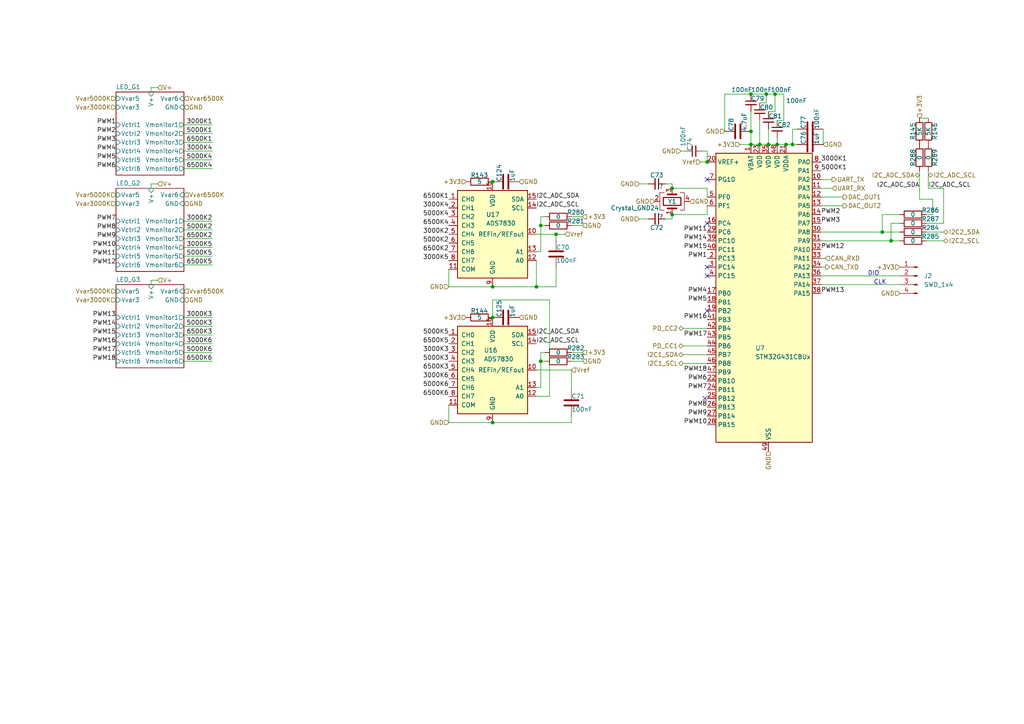
<source format=kicad_sch>
(kicad_sch (version 20240417) (generator "eeschema") (generator_version "8.99")
  (paper "A4")
  (lib_symbols
    (symbol "Analog_DAC:ADS7830" (pin_names (offset 1.016))
      (property "Reference" "U" (at -10.16 13.716 0))
      (property "Value" "ADS7830" (at 1.778 13.716 0))
      (symbol "ADS7830_0_1"
        (rectangle (start -10.16 12.7) (end 10.16 -12.7) (stroke (width 0.254)) (fill (type background)))
      )
      (symbol "ADS7830_1_1"
        (pin input line (at -12.7 10.16 0) (length 2.54) (name "CH0") (number "1"))
        (pin bidirectional line (at 12.7 0 180) (length 2.54) (name "REFin/REFout") (number "10"))
        (pin input line (at -12.7 -10.16 0) (length 2.54) (name "COM") (number "11"))
        (pin input line (at 12.7 -7.62 180) (length 2.54) (name "A0") (number "12"))
        (pin input line (at 12.7 -5.08 180) (length 2.54) (name "A1") (number "13"))
        (pin input line (at 12.7 7.62 180) (length 2.54) (name "SCL") (number "14"))
        (pin bidirectional line (at 12.7 10.16 180) (length 2.54) (name "SDA") (number "15"))
        (pin power_in line (at 0 15.24 270) (length 2.54) (name "VDD") (number "16"))
        (pin input line (at -12.7 7.62 0) (length 2.54) (name "CH1") (number "2"))
        (pin input line (at -12.7 5.08 0) (length 2.54) (name "CH2") (number "3"))
        (pin input line (at -12.7 2.54 0) (length 2.54) (name "CH3") (number "4"))
        (pin input line (at -12.7 0 0) (length 2.54) (name "CH4") (number "5"))
        (pin input line (at -12.7 -2.54 0) (length 2.54) (name "CH5") (number "6"))
        (pin input line (at -12.7 -5.08 0) (length 2.54) (name "CH6") (number "7"))
        (pin input line (at -12.7 -7.62 0) (length 2.54) (name "CH7") (number "8"))
        (pin power_in line (at 0 -15.24 90) (length 2.54) (name "GND") (number "9"))
      )
    )
    (symbol "Connector:Conn_01x04_Pin" (pin_names (offset 1.016) hide)
      (property "Reference" "J" (at 0 5.08 0))
      (property "Value" "Conn_01x04_Pin" (at 0 -7.62 0))
      (symbol "Conn_01x04_Pin_1_1"
        (rectangle (start 0.8636 2.667) (end 0 2.413) (stroke (width 0.1524)) (fill (type outline)))
        (rectangle (start 0.8636 0.127) (end 0 -0.127) (stroke (width 0.1524)) (fill (type outline)))
        (rectangle (start 0.8636 -2.413) (end 0 -2.667) (stroke (width 0.1524)) (fill (type outline)))
        (rectangle (start 0.8636 -4.953) (end 0 -5.207) (stroke (width 0.1524)) (fill (type outline)))
        (polyline (pts (xy 1.27 2.54) (xy 0.8636 2.54)) (stroke (width 0.1524)))
        (polyline (pts (xy 1.27 0) (xy 0.8636 0)) (stroke (width 0.1524)))
        (polyline (pts (xy 1.27 -2.54) (xy 0.8636 -2.54)) (stroke (width 0.1524)))
        (polyline (pts (xy 1.27 -5.08) (xy 0.8636 -5.08)) (stroke (width 0.1524)))
        (pin passive line (at 5.08 2.54 180) (length 3.81) (name "Pin_1") (number "1"))
        (pin passive line (at 5.08 0 180) (length 3.81) (name "Pin_2") (number "2"))
        (pin passive line (at 5.08 -2.54 180) (length 3.81) (name "Pin_3") (number "3"))
        (pin passive line (at 5.08 -5.08 180) (length 3.81) (name "Pin_4") (number "4"))
      )
    )
    (symbol "Device:C" (pin_numbers hide) (pin_names (offset 0.254))
      (property "Reference" "C" (at 0.635 2.54 0))
      (property "Value" "C" (at 0.635 -2.54 0))
      (symbol "C_0_1"
        (polyline (pts (xy -2.032 0.762) (xy 2.032 0.762)) (stroke (width 0.508)))
        (polyline (pts (xy -2.032 -0.762) (xy 2.032 -0.762)) (stroke (width 0.508)))
      )
      (symbol "C_1_1"
        (pin passive line (at 0 3.81 270) (length 2.794) (name "~") (number "1"))
        (pin passive line (at 0 -3.81 90) (length 2.794) (name "~") (number "2"))
      )
    )
    (symbol "Device:C_Small" (pin_numbers hide) (pin_names (offset 0.254) hide)
      (property "Reference" "C" (at 0.254 1.778 0))
      (property "Value" "C_Small" (at 0.254 -2.032 0))
      (symbol "C_Small_0_1"
        (polyline (pts (xy -1.524 0.508) (xy 1.524 0.508)) (stroke (width 0.3048)))
        (polyline (pts (xy -1.524 -0.508) (xy 1.524 -0.508)) (stroke (width 0.3302)))
      )
      (symbol "C_Small_1_1"
        (pin passive line (at 0 2.54 270) (length 2.032) (name "~") (number "1"))
        (pin passive line (at 0 -2.54 90) (length 2.032) (name "~") (number "2"))
      )
    )
    (symbol "Device:Crystal_GND24" (pin_names (offset 1.016) hide)
      (property "Reference" "Y" (at 3.175 5.08 0))
      (property "Value" "Crystal_GND24" (at 3.175 3.175 0))
      (symbol "Crystal_GND24_0_1"
        (polyline (pts (xy -2.54 2.286) (xy -2.54 3.556) (xy 2.54 3.556) (xy 2.54 2.286)))
        (polyline (pts (xy -2.54 0) (xy -2.032 0)))
        (polyline (pts (xy -2.54 -2.286) (xy -2.54 -3.556) (xy 2.54 -3.556) (xy 2.54 -2.286)))
        (polyline (pts (xy -2.032 -1.27) (xy -2.032 1.27)) (stroke (width 0.508)))
        (rectangle (start -1.143 2.54) (end 1.143 -2.54) (stroke (width 0.3048)))
        (polyline (pts (xy 0 3.556) (xy 0 3.81)))
        (polyline (pts (xy 0 -3.81) (xy 0 -3.556)))
        (polyline (pts (xy 2.032 0) (xy 2.54 0)))
        (polyline (pts (xy 2.032 -1.27) (xy 2.032 1.27)) (stroke (width 0.508)))
      )
      (symbol "Crystal_GND24_1_1"
        (pin passive line (at -3.81 0 0) (length 1.27) (name "1") (number "1"))
        (pin passive line (at 0 5.08 270) (length 1.27) (name "2") (number "2"))
        (pin passive line (at 3.81 0 180) (length 1.27) (name "3") (number "3"))
        (pin passive line (at 0 -5.08 90) (length 1.27) (name "4") (number "4"))
      )
    )
    (symbol "Device:R" (pin_numbers hide) (pin_names (offset 0))
      (property "Reference" "R" (at 2.032 0 90))
      (property "Value" "R" (at 0 0 90))
      (symbol "R_0_1"
        (rectangle (start -1.016 -2.54) (end 1.016 2.54) (stroke (width 0.254)))
      )
      (symbol "R_1_1"
        (pin passive line (at 0 3.81 270) (length 1.27) (name "~") (number "1"))
        (pin passive line (at 0 -3.81 90) (length 1.27) (name "~") (number "2"))
      )
    )
    (symbol "MCU_ST_STM32G4:STM32G431CBUx"
      (property "Reference" "U" (at -12.7 44.45 0))
      (property "Value" "STM32G431CBUx" (at 10.16 44.45 0))
      (symbol "STM32G431CBUx_0_1"
        (rectangle (start -12.7 -40.64) (end 15.24 43.18) (stroke (width 0.254)) (fill (type background)))
      )
      (symbol "STM32G431CBUx_1_1"
        (pin power_in line (at -2.54 45.72 270) (length 2.54) (name "VBAT") (number "1"))
        (pin bidirectional line (at 17.78 35.56 180) (length 2.54) (name "PA2") (number "10"))
        (pin bidirectional line (at 17.78 33.02 180) (length 2.54) (name "PA3") (number "11"))
        (pin bidirectional line (at 17.78 30.48 180) (length 2.54) (name "PA4") (number "12"))
        (pin bidirectional line (at 17.78 27.94 180) (length 2.54) (name "PA5") (number "13"))
        (pin bidirectional line (at 17.78 25.4 180) (length 2.54) (name "PA6") (number "14"))
        (pin bidirectional line (at 17.78 22.86 180) (length 2.54) (name "PA7") (number "15"))
        (pin bidirectional line (at -15.24 22.86 0) (length 2.54) (name "PC4") (number "16"))
        (pin bidirectional line (at -15.24 2.54 0) (length 2.54) (name "PB0") (number "17"))
        (pin bidirectional line (at -15.24 0 0) (length 2.54) (name "PB1") (number "18"))
        (pin bidirectional line (at -15.24 -2.54 0) (length 2.54) (name "PB2") (number "19"))
        (pin bidirectional line (at -15.24 12.7 0) (length 2.54) (name "PC13") (number "2"))
        (pin input line (at -15.24 40.64 0) (length 2.54) (name "VREF+") (number "20"))
        (pin power_in line (at 7.62 45.72 270) (length 2.54) (name "VDDA") (number "21"))
        (pin bidirectional line (at -15.24 -22.86 0) (length 2.54) (name "PB10") (number "22"))
        (pin power_in line (at 0 45.72 270) (length 2.54) (name "VDD") (number "23"))
        (pin bidirectional line (at -15.24 -25.4 0) (length 2.54) (name "PB11") (number "24"))
        (pin bidirectional line (at -15.24 -27.94 0) (length 2.54) (name "PB12") (number "25"))
        (pin bidirectional line (at -15.24 -30.48 0) (length 2.54) (name "PB13") (number "26"))
        (pin bidirectional line (at -15.24 -33.02 0) (length 2.54) (name "PB14") (number "27"))
        (pin bidirectional line (at -15.24 -35.56 0) (length 2.54) (name "PB15") (number "28"))
        (pin bidirectional line (at -15.24 20.32 0) (length 2.54) (name "PC6") (number "29"))
        (pin bidirectional line (at -15.24 10.16 0) (length 2.54) (name "PC14") (number "3"))
        (pin bidirectional line (at 17.78 20.32 180) (length 2.54) (name "PA8") (number "30"))
        (pin bidirectional line (at 17.78 17.78 180) (length 2.54) (name "PA9") (number "31"))
        (pin bidirectional line (at 17.78 15.24 180) (length 2.54) (name "PA10") (number "32"))
        (pin bidirectional line (at 17.78 12.7 180) (length 2.54) (name "PA11") (number "33"))
        (pin bidirectional line (at 17.78 10.16 180) (length 2.54) (name "PA12") (number "34"))
        (pin power_in line (at 2.54 45.72 270) (length 2.54) (name "VDD") (number "35"))
        (pin bidirectional line (at 17.78 7.62 180) (length 2.54) (name "PA13") (number "36"))
        (pin bidirectional line (at 17.78 5.08 180) (length 2.54) (name "PA14") (number "37"))
        (pin bidirectional line (at 17.78 2.54 180) (length 2.54) (name "PA15") (number "38"))
        (pin bidirectional line (at -15.24 17.78 0) (length 2.54) (name "PC10") (number "39"))
        (pin bidirectional line (at -15.24 7.62 0) (length 2.54) (name "PC15") (number "4"))
        (pin bidirectional line (at -15.24 15.24 0) (length 2.54) (name "PC11") (number "40"))
        (pin bidirectional line (at -15.24 -5.08 0) (length 2.54) (name "PB3") (number "41"))
        (pin bidirectional line (at -15.24 -7.62 0) (length 2.54) (name "PB4") (number "42"))
        (pin bidirectional line (at -15.24 -10.16 0) (length 2.54) (name "PB5") (number "43"))
        (pin bidirectional line (at -15.24 -12.7 0) (length 2.54) (name "PB6") (number "44"))
        (pin bidirectional line (at -15.24 -15.24 0) (length 2.54) (name "PB7") (number "45"))
        (pin bidirectional line (at -15.24 -17.78 0) (length 2.54) (name "PB8") (number "46"))
        (pin bidirectional line (at -15.24 -20.32 0) (length 2.54) (name "PB9") (number "47"))
        (pin power_in line (at 5.08 45.72 270) (length 2.54) (name "VDD") (number "48"))
        (pin power_in line (at 2.54 -43.18 90) (length 2.54) (name "VSS") (number "49"))
        (pin bidirectional line (at -15.24 30.48 0) (length 2.54) (name "PF0") (number "5"))
        (pin bidirectional line (at -15.24 27.94 0) (length 2.54) (name "PF1") (number "6"))
        (pin bidirectional line (at -15.24 35.56 0) (length 2.54) (name "PG10") (number "7"))
        (pin bidirectional line (at 17.78 40.64 180) (length 2.54) (name "PA0") (number "8"))
        (pin bidirectional line (at 17.78 38.1 180) (length 2.54) (name "PA1") (number "9"))
      )
    )
  )
  (text "CLK" (at 255.27 81.915 0) (effects (font (size 1.27 1.27))))
  (text "DIO" (at 253.365 79.375 0) (effects (font (size 1.27 1.27))))
  (junction (at 220.345 41.91))
  (junction (at 142.875 83.185))
  (junction (at 217.805 41.91))
  (junction (at 222.25 27.305))
  (junction (at 142.875 122.555))
  (junction (at 255.905 67.31))
  (junction (at 229.87 41.91))
  (junction (at 224.79 27.305))
  (junction (at 194.945 62.23))
  (junction (at 142.875 92.075))
  (junction (at 217.805 27.305))
  (junction (at 222.885 41.91))
  (junction (at 217.805 38.1))
  (junction (at 194.945 54.61))
  (junction (at 205.105 46.99))
  (junction (at 258.445 69.85))
  (junction (at 227.965 41.91))
  (junction (at 156.845 65.405))
  (junction (at 225.425 41.91))
  (junction (at 156.845 104.775))
  (junction (at 142.875 52.705))
  (junction (at 161.29 67.945))
  (junction (at 155.575 83.185))
  (no_connect (at 204.47 115.57))
  (no_connect (at 205.105 77.47))
  (no_connect (at 205.105 80.01))
  (no_connect (at 205.105 90.17))
  (no_connect (at 205.105 64.77))
  (no_connect (at 205.105 52.07))
  (wire (pts (xy 43.815 81.28) (xy 43.815 82.55)))
  (wire (pts (xy 158.115 104.775) (xy 156.845 104.775)))
  (wire (pts (xy 130.175 83.185) (xy 142.875 83.185)))
  (wire (pts (xy 193.04 63.5) (xy 194.945 63.5)))
  (wire (pts (xy 224.79 32.385) (xy 224.79 27.305)))
  (wire (pts (xy 53.34 64.135) (xy 61.595 64.135)))
  (wire (pts (xy 53.34 36.195) (xy 61.595 36.195)))
  (wire (pts (xy 53.34 46.355) (xy 61.595 46.355)))
  (wire (pts (xy 266.7 49.53) (xy 266.7 57.785)))
  (wire (pts (xy 156.845 112.395) (xy 155.575 112.395)))
  (wire (pts (xy 158.115 62.865) (xy 156.845 62.865)))
  (wire (pts (xy 229.87 41.91) (xy 231.14 41.91)))
  (wire (pts (xy 185.42 63.5) (xy 187.96 63.5)))
  (wire (pts (xy 210.185 27.305) (xy 217.805 27.305)))
  (wire (pts (xy 220.345 41.91) (xy 222.885 41.91)))
  (wire (pts (xy 238.125 69.85) (xy 258.445 69.85)))
  (wire (pts (xy 269.24 49.53) (xy 269.24 54.61)))
  (wire (pts (xy 155.575 114.935) (xy 159.385 114.935)))
  (wire (pts (xy 222.25 29.845) (xy 222.25 27.305)))
  (wire (pts (xy 168.91 102.235) (xy 165.735 102.235)))
  (wire (pts (xy 244.475 59.69) (xy 238.125 59.69)))
  (wire (pts (xy 217.805 27.305) (xy 222.25 27.305)))
  (wire (pts (xy 156.845 102.235) (xy 156.845 104.775)))
  (wire (pts (xy 142.875 86.995) (xy 142.875 92.075)))
  (wire (pts (xy 159.385 114.935) (xy 159.385 86.995)))
  (wire (pts (xy 260.985 64.77) (xy 258.445 64.77)))
  (wire (pts (xy 203.835 43.815) (xy 205.105 43.815)))
  (wire (pts (xy 194.945 63.5) (xy 194.945 62.23)))
  (wire (pts (xy 198.12 100.33) (xy 205.105 100.33)))
  (wire (pts (xy 45.72 53.34) (xy 43.815 53.34)))
  (wire (pts (xy 130.175 117.475) (xy 130.175 122.555)))
  (wire (pts (xy 225.425 40.005) (xy 225.425 41.91)))
  (wire (pts (xy 53.34 102.235) (xy 61.595 102.235)))
  (wire (pts (xy 155.575 75.565) (xy 155.575 83.185)))
  (wire (pts (xy 165.735 107.315) (xy 155.575 107.315)))
  (wire (pts (xy 198.12 102.87) (xy 205.105 102.87)))
  (wire (pts (xy 270.51 57.785) (xy 266.7 57.785)))
  (wire (pts (xy 156.845 62.865) (xy 156.845 65.405)))
  (wire (pts (xy 268.605 64.77) (xy 273.685 64.77)))
  (wire (pts (xy 238.125 80.01) (xy 260.985 80.01)))
  (wire (pts (xy 217.805 32.385) (xy 217.805 38.1)))
  (wire (pts (xy 168.91 104.775) (xy 165.735 104.775)))
  (wire (pts (xy 260.985 62.23) (xy 255.905 62.23)))
  (wire (pts (xy 222.885 32.385) (xy 224.79 32.385)))
  (wire (pts (xy 227.33 34.925) (xy 227.33 27.305)))
  (wire (pts (xy 268.605 67.31) (xy 273.685 67.31)))
  (wire (pts (xy 239.395 77.47) (xy 238.125 77.47)))
  (wire (pts (xy 229.87 37.465) (xy 229.87 41.91)))
  (wire (pts (xy 214.63 41.91) (xy 217.805 41.91)))
  (wire (pts (xy 53.34 94.615) (xy 61.595 94.615)))
  (wire (pts (xy 203.2 46.99) (xy 205.105 46.99)))
  (wire (pts (xy 53.34 92.075) (xy 61.595 92.075)))
  (wire (pts (xy 156.845 65.405) (xy 156.845 73.025)))
  (wire (pts (xy 222.885 41.91) (xy 225.425 41.91)))
  (wire (pts (xy 244.475 57.15) (xy 238.125 57.15)))
  (wire (pts (xy 227.965 41.91) (xy 229.87 41.91)))
  (wire (pts (xy 241.3 54.61) (xy 238.125 54.61)))
  (wire (pts (xy 161.29 77.47) (xy 161.29 83.185)))
  (wire (pts (xy 268.605 69.85) (xy 273.685 69.85)))
  (wire (pts (xy 130.175 78.105) (xy 130.175 83.185)))
  (wire (pts (xy 260.985 82.55) (xy 238.125 82.55)))
  (wire (pts (xy 220.345 34.925) (xy 220.345 41.91)))
  (wire (pts (xy 43.815 53.34) (xy 43.815 54.61)))
  (wire (pts (xy 53.34 38.735) (xy 61.595 38.735)))
  (wire (pts (xy 155.575 67.945) (xy 161.29 67.945)))
  (wire (pts (xy 239.395 74.93) (xy 238.125 74.93)))
  (wire (pts (xy 45.72 81.28) (xy 43.815 81.28)))
  (wire (pts (xy 53.34 66.675) (xy 61.595 66.675)))
  (wire (pts (xy 161.29 69.85) (xy 161.29 67.945)))
  (wire (pts (xy 45.72 25.4) (xy 43.815 25.4)))
  (wire (pts (xy 255.905 67.31) (xy 260.985 67.31)))
  (wire (pts (xy 241.3 52.07) (xy 238.125 52.07)))
  (wire (pts (xy 168.91 65.405) (xy 165.735 65.405)))
  (wire (pts (xy 258.445 69.85) (xy 260.985 69.85)))
  (wire (pts (xy 155.575 83.185) (xy 142.875 83.185)))
  (wire (pts (xy 165.735 120.65) (xy 165.735 122.555)))
  (wire (pts (xy 165.735 107.315) (xy 165.735 113.03)))
  (wire (pts (xy 158.115 102.235) (xy 156.845 102.235)))
  (wire (pts (xy 161.29 83.185) (xy 155.575 83.185)))
  (wire (pts (xy 222.885 37.465) (xy 222.885 41.91)))
  (wire (pts (xy 273.685 54.61) (xy 269.24 54.61)))
  (wire (pts (xy 266.7 34.29) (xy 269.24 34.29)))
  (wire (pts (xy 222.25 27.305) (xy 224.79 27.305)))
  (wire (pts (xy 156.845 104.775) (xy 156.845 112.395)))
  (wire (pts (xy 53.34 74.295) (xy 61.595 74.295)))
  (wire (pts (xy 53.34 99.695) (xy 61.595 99.695)))
  (wire (pts (xy 210.185 27.305) (xy 210.185 38.1)))
  (wire (pts (xy 270.51 62.23) (xy 270.51 57.785)))
  (wire (pts (xy 53.34 48.895) (xy 61.595 48.895)))
  (wire (pts (xy 224.79 27.305) (xy 227.33 27.305)))
  (wire (pts (xy 193.04 53.34) (xy 194.945 53.34)))
  (wire (pts (xy 238.76 37.465) (xy 238.76 41.91)))
  (wire (pts (xy 130.175 122.555) (xy 142.875 122.555)))
  (wire (pts (xy 268.605 62.23) (xy 270.51 62.23)))
  (wire (pts (xy 156.845 73.025) (xy 155.575 73.025)))
  (wire (pts (xy 53.34 69.215) (xy 61.595 69.215)))
  (wire (pts (xy 198.12 95.25) (xy 205.105 95.25)))
  (wire (pts (xy 205.105 62.23) (xy 205.105 59.69)))
  (wire (pts (xy 163.83 67.945) (xy 161.29 67.945)))
  (wire (pts (xy 198.12 105.41) (xy 205.105 105.41)))
  (wire (pts (xy 220.345 29.845) (xy 222.25 29.845)))
  (wire (pts (xy 168.91 62.865) (xy 165.735 62.865)))
  (wire (pts (xy 194.945 62.23) (xy 205.105 62.23)))
  (wire (pts (xy 225.425 41.91) (xy 227.965 41.91)))
  (wire (pts (xy 53.34 71.755) (xy 61.595 71.755)))
  (wire (pts (xy 258.445 64.77) (xy 258.445 69.85)))
  (wire (pts (xy 231.14 37.465) (xy 229.87 37.465)))
  (wire (pts (xy 225.425 34.925) (xy 227.33 34.925)))
  (wire (pts (xy 194.945 54.61) (xy 205.105 54.61)))
  (wire (pts (xy 238.125 67.31) (xy 255.905 67.31)))
  (wire (pts (xy 198.755 43.815) (xy 197.485 43.815)))
  (wire (pts (xy 194.945 53.34) (xy 194.945 54.61)))
  (wire (pts (xy 142.875 122.555) (xy 165.735 122.555)))
  (wire (pts (xy 53.34 76.835) (xy 61.595 76.835)))
  (wire (pts (xy 53.34 104.775) (xy 61.595 104.775)))
  (wire (pts (xy 159.385 86.995) (xy 142.875 86.995)))
  (wire (pts (xy 185.42 53.34) (xy 187.96 53.34)))
  (wire (pts (xy 43.815 25.4) (xy 43.815 26.67)))
  (wire (pts (xy 158.115 65.405) (xy 156.845 65.405)))
  (wire (pts (xy 273.685 64.77) (xy 273.685 54.61)))
  (wire (pts (xy 53.34 43.815) (xy 61.595 43.815)))
  (wire (pts (xy 217.805 38.1) (xy 217.805 41.91)))
  (wire (pts (xy 205.105 43.815) (xy 205.105 46.99)))
  (wire (pts (xy 217.805 41.91) (xy 220.345 41.91)))
  (wire (pts (xy 53.34 41.275) (xy 61.595 41.275)))
  (wire (pts (xy 255.905 62.23) (xy 255.905 67.31)))
  (wire (pts (xy 205.105 54.61) (xy 205.105 57.15)))
  (wire (pts (xy 53.34 97.155) (xy 61.595 97.155)))
  (label "3000K5" (at 61.595 71.755 180))
  (label "PWM1" (at 205.105 74.93 180))
  (label "I2C_ADC_SDA" (at 155.575 97.155 0))
  (label "6500K5" (at 130.175 99.695 180))
  (label "3000K2" (at 61.595 64.135 180))
  (label "5000K5" (at 61.595 74.295 180))
  (label "6500K6" (at 61.595 104.775 180))
  (label "PWM13" (at 33.655 92.075 180))
  (label "PWM6" (at 33.655 48.895 180))
  (label "5000K1" (at 61.595 38.735 180))
  (label "PWM15" (at 205.105 72.39 180))
  (label "PWM11" (at 205.105 67.31 180))
  (label "3000K5" (at 130.175 75.565 180))
  (label "PWM13" (at 238.125 85.09 0))
  (label "3000K2" (at 130.175 67.945 180))
  (label "I2C_ADC_SCL" (at 269.24 54.61 0))
  (label "5000K4" (at 61.595 46.355 180))
  (label "PWM16" (at 205.105 92.71 180))
  (label "5000K6" (at 61.595 102.235 180))
  (label "PWM9" (at 205.105 120.65 180))
  (label "PWM10" (at 33.655 71.755 180))
  (label "PWM8" (at 205.105 118.11 180))
  (label "PWM2" (at 33.655 38.735 180))
  (label "5000K6" (at 130.175 112.395 180))
  (label "PWM18" (at 33.655 104.775 180))
  (label "5000K4" (at 130.175 62.865 180))
  (label "3000K1" (at 61.595 36.195 180))
  (label "PWM18" (at 205.105 107.95 180))
  (label "3000K4" (at 130.175 60.325 180))
  (label "5000K3" (at 61.595 94.615 180))
  (label "PWM8" (at 33.655 66.675 180))
  (label "3000K1" (at 238.125 46.99 0))
  (label "3000K6" (at 61.595 99.695 180))
  (label "PWM5" (at 205.105 87.63 180))
  (label "PWM7" (at 205.105 113.03 180))
  (label "PWM17" (at 33.655 102.235 180))
  (label "3000K3" (at 61.595 92.075 180))
  (label "PWM7" (at 33.655 64.135 180))
  (label "PWM1" (at 33.655 36.195 180))
  (label "PWM3" (at 33.655 41.275 180))
  (label "PWM12" (at 238.125 72.39 0))
  (label "I2C_ADC_SCL" (at 155.575 99.695 0))
  (label "I2C_ADC_SDA" (at 266.7 54.61 180))
  (label "PWM10" (at 205.105 123.19 180))
  (label "I2C_ADC_SDA" (at 155.575 57.785 0))
  (label "PWM11" (at 33.655 74.295 180))
  (label "PWM4" (at 33.655 43.815 180))
  (label "6500K6" (at 130.175 114.935 180))
  (label "6500K5" (at 61.595 76.835 180))
  (label "PWM4" (at 205.105 85.09 180))
  (label "6500K1" (at 61.595 41.275 180))
  (label "PWM2" (at 238.125 62.23 0))
  (label "I2C_ADC_SCL" (at 155.575 60.325 0))
  (label "PWM3" (at 238.125 64.77 0))
  (label "5000K3" (at 130.175 104.775 180))
  (label "PWM9" (at 33.655 69.215 180))
  (label "3000K4" (at 61.595 43.815 180))
  (label "6500K3" (at 61.595 97.155 180))
  (label "PWM15" (at 33.655 97.155 180))
  (label "6500K3" (at 130.175 107.315 180))
  (label "3000K6" (at 130.175 109.855 180))
  (label "PWM16" (at 33.655 99.695 180))
  (label "5000K2" (at 130.175 70.485 180))
  (label "5000K1" (at 238.125 49.53 0))
  (label "PWM6" (at 205.105 110.49 180))
  (label "PWM14" (at 205.105 69.85 180))
  (label "PWM5" (at 33.655 46.355 180))
  (label "3000K3" (at 130.175 102.235 180))
  (label "PWM12" (at 33.655 76.835 180))
  (label "6500K2" (at 130.175 73.025 180))
  (label "PWM17" (at 205.105 97.79 180))
  (label "5000K5" (at 130.175 97.155 180))
  (label "6500K4" (at 61.595 48.895 180))
  (label "5000K2" (at 61.595 66.675 180))
  (label "6500K4" (at 130.175 65.405 180))
  (label "6500K1" (at 130.175 57.785 180))
  (label "PWM14" (at 33.655 94.615 180))
  (label "6500K2" (at 61.595 69.215 180))
  (hierarchical_label "GND" (shape input) (at 222.885 130.81 270))
  (hierarchical_label "+3V3" (shape input) (at 135.255 52.705 180))
  (hierarchical_label "GND" (shape input) (at 189.865 58.42 180))
  (hierarchical_label "Vvar6500K" (shape input) (at 53.34 56.515 0))
  (hierarchical_label "+3V3" (shape input) (at 135.255 92.075 180))
  (hierarchical_label "GND" (shape input) (at 130.175 122.555 180))
  (hierarchical_label "CAN_RXD" (shape input) (at 239.395 74.93 0))
  (hierarchical_label "Vref" (shape input) (at 203.2 46.99 180))
  (hierarchical_label "GND" (shape input) (at 53.34 59.055 0))
  (hierarchical_label "GND" (shape input) (at 150.495 92.075 0))
  (hierarchical_label "+3V3" (shape input) (at 214.63 41.91 180))
  (hierarchical_label "GND" (shape input) (at 200.025 58.42 0))
  (hierarchical_label "DAC_OUT2" (shape output) (at 244.475 59.69 0))
  (hierarchical_label "Vvar5000K" (shape input) (at 33.655 84.455 180))
  (hierarchical_label "CAN_TXD" (shape output) (at 239.395 77.47 0))
  (hierarchical_label "DAC_OUT1" (shape output) (at 244.475 57.15 0))
  (hierarchical_label "I2C_ADC_SCL" (shape bidirectional) (at 269.24 50.8 0))
  (hierarchical_label "V+" (shape input) (at 45.72 25.4 0))
  (hierarchical_label "GND" (shape input) (at 53.34 31.115 0))
  (hierarchical_label "+3V3" (shape input) (at 266.7 34.29 90))
  (hierarchical_label "GND" (shape input) (at 185.42 53.34 180))
  (hierarchical_label "GND" (shape input) (at 260.985 85.09 180))
  (hierarchical_label "GND" (shape input) (at 168.91 104.775 0))
  (hierarchical_label "GND" (shape input) (at 238.76 41.91 0))
  (hierarchical_label "GND" (shape input) (at 197.485 43.815 180))
  (hierarchical_label "GND" (shape input) (at 168.91 65.405 0))
  (hierarchical_label "I2C1_SDA" (shape bidirectional) (at 198.12 102.87 180))
  (hierarchical_label "Vvar3000K" (shape input) (at 33.655 86.995 180))
  (hierarchical_label "UART_TX" (shape output) (at 241.3 52.07 0))
  (hierarchical_label "GND" (shape input) (at 53.34 86.995 0))
  (hierarchical_label "+3V3" (shape input) (at 168.91 102.235 0))
  (hierarchical_label "I2C2_SCL" (shape bidirectional) (at 273.685 69.85 0))
  (hierarchical_label "GND" (shape input) (at 210.185 38.1 180))
  (hierarchical_label "GND" (shape input) (at 185.42 63.5 180))
  (hierarchical_label "Vref" (shape input) (at 165.735 107.315 0))
  (hierarchical_label "V+" (shape input) (at 45.72 53.34 0))
  (hierarchical_label "Vvar6500K" (shape input) (at 53.34 84.455 0))
  (hierarchical_label "GND" (shape input) (at 150.495 52.705 0))
  (hierarchical_label "PD_CC1" (shape bidirectional) (at 198.12 100.33 180))
  (hierarchical_label "I2C1_SCL" (shape bidirectional) (at 198.12 105.41 180))
  (hierarchical_label "Vvar5000K" (shape input) (at 33.655 56.515 180))
  (hierarchical_label "PD_CC2" (shape bidirectional) (at 198.12 95.25 180))
  (hierarchical_label "UART_RX" (shape input) (at 241.3 54.61 0))
  (hierarchical_label "Vref" (shape input) (at 163.83 67.945 0))
  (hierarchical_label "GND" (shape input) (at 130.175 83.185 180))
  (hierarchical_label "V+" (shape input) (at 45.72 81.28 0))
  (hierarchical_label "+3V3" (shape input) (at 260.985 77.47 180))
  (hierarchical_label "Vvar6500K" (shape input) (at 53.34 28.575 0))
  (hierarchical_label "Vvar5000K" (shape input) (at 33.655 28.575 180))
  (hierarchical_label "Vvar3000K" (shape input) (at 33.655 59.055 180))
  (hierarchical_label "I2C2_SDA" (shape bidirectional) (at 273.685 67.31 0))
  (hierarchical_label "Vvar3000K" (shape input) (at 33.655 31.115 180))
  (hierarchical_label "I2C_ADC_SDA" (shape bidirectional) (at 266.7 50.8 180))
  (hierarchical_label "+3V3" (shape input) (at 168.91 62.865 0))
  (symbol (lib_id "Device:C") (at 213.995 38.1 90) (unit 1)
    (property "Reference" "C78" (at 212.09 38.1 0) (effects (justify left)))
    (property "Value" "4.7uF" (at 215.9 38.1 0) (effects (justify left)))
    (property "Description" "Unpolarized capacitor" (effects (hide yes)))
    (instances (project "fluorite" (path "" (reference "C78") (unit 1)) (path "" (reference "C94") (unit 1))))
  )
  (symbol (lib_id "Device:C") (at 165.735 116.84 0) (unit 1)
    (property "Reference" "C71" (at 165.735 114.935 0) (effects (justify left)))
    (property "Value" "100nF" (at 165.735 118.745 0) (effects (justify left)))
    (property "Description" "Unpolarized capacitor" (effects (hide yes)))
    (instances (project "fluorite" (path "" (reference "C71") (unit 1)) (path "" (reference "C90") (unit 1))))
  )
  (symbol (lib_id "Device:Crystal_GND24") (at 194.945 58.42 90) (unit 1)
    (property "Reference" "Y1" (at 194.945 58.42 90))
    (property "Value" "Crystal_GND24" (at 184.15 60.325 90))
    (property "Description" "Four pin crystal, GND on pins 2 and 4" (effects (hide yes)))
    (instances (project "fluorite" (path "" (reference "Y1") (unit 1)) (path "" (reference "Y2") (unit 1))))
  )
  (symbol (lib_id "Device:C") (at 234.95 41.91 90) (unit 1)
    (property "Reference" "C76" (at 233.045 41.91 0) (effects (justify left)))
    (property "Value" "1uF" (at 236.855 41.91 0) (effects (justify left)))
    (property "Description" "Unpolarized capacitor" (effects (hide yes)))
    (instances (project "fluorite" (path "" (reference "C76") (unit 1)) (path "" (reference "C100") (unit 1))))
  )
  (symbol (lib_id "MCU_ST_STM32G4:STM32G431CBUx") (at 220.345 87.63 0) (unit 1)
    (property "Reference" "U7" (at 219.075 100.965 0) (effects (justify left)))
    (property "Value" "STM32G431CBUx" (at 219.075 103.505 0) (effects (justify left)))
    (property "Footprint" "Package_DFN_QFN:QFN-48-1EP_7x7mm_P0.5mm_EP5.6x5.6mm" (effects (hide yes)))
    (property "Datasheet" "https://www.st.com/resource/en/datasheet/stm32g431cb.pdf" (effects (hide yes)))
    (property "Description" "STMicroelectronics Arm Cortex-M4 MCU, 128KB flash, 32KB RAM, 170 MHz, 1.71-3.6V, 42 GPIO, UFQFPN48" (effects (hide yes)))
    (instances (project "fluorite" (path "" (reference "U7") (unit 1)) (path "" (reference "U11") (unit 1))))
  )
  (symbol (lib_id "Device:R") (at 161.925 102.235 90) (unit 1)
    (property "Reference" "R282" (at 167.005 100.965 90))
    (property "Value" "0" (at 161.925 102.235 90))
    (property "Description" "Resistor" (effects (hide yes)))
    (instances (project "fluorite" (path "" (reference "R282") (unit 1)) (path "" (reference "R154") (unit 1))))
  )
  (symbol (lib_id "Device:C") (at 146.685 92.075 90) (unit 1)
    (property "Reference" "C125" (at 144.78 92.075 0) (effects (justify left)))
    (property "Value" "1uF" (at 148.59 92.075 0) (effects (justify left)))
    (property "Description" "Unpolarized capacitor" (effects (hide yes)))
    (instances (project "fluorite" (path "" (reference "C125") (unit 1)) (path "" (reference "C88") (unit 1))))
  )
  (symbol (lib_id "Device:C") (at 146.685 52.705 90) (unit 1)
    (property "Reference" "C124" (at 144.78 52.705 0) (effects (justify left)))
    (property "Value" "1uF" (at 148.59 52.705 0) (effects (justify left)))
    (property "Description" "Unpolarized capacitor" (effects (hide yes)))
    (instances (project "fluorite" (path "" (reference "C124") (unit 1)) (path "" (reference "C87") (unit 1))))
  )
  (symbol (lib_id "Device:R") (at 264.795 67.31 90) (unit 1)
    (property "Reference" "R284" (at 269.875 66.04 90))
    (property "Value" "0" (at 264.795 67.31 90))
    (property "Description" "Resistor" (effects (hide yes)))
    (instances (project "fluorite" (path "" (reference "R284") (unit 1)) (path "" (reference "R158") (unit 1))))
  )
  (symbol (lib_id "Connector:Conn_01x04_Pin") (at 266.065 80.01 0) (mirror y) (unit 1)
    (property "Reference" "J2" (at 267.97 80.0099 0) (effects (justify right)))
    (property "Value" "SWD_1x4" (at 267.97 82.5499 0) (effects (justify right)))
    (property "Description" "Generic connector, single row, 01x04, script generated" (effects (hide yes)))
    (instances (project "fluorite" (path "" (reference "J2") (unit 1)) (path "" (reference "J3") (unit 1))))
  )
  (symbol (lib_id "Device:C_Small") (at 222.885 34.925 0) (unit 1)
    (property "Reference" "C81" (at 222.885 33.655 0) (effects (justify left)))
    (property "Value" "100nF" (at 223.52 26.035 0) (effects (justify left)))
    (property "Description" "Unpolarized capacitor, small symbol" (effects (hide yes)))
    (instances (project "fluorite" (path "" (reference "C81") (unit 1)) (path "" (reference "C97") (unit 1))))
  )
  (symbol (lib_id "Device:C_Small") (at 190.5 63.5 270) (unit 1)
    (property "Reference" "C72" (at 190.5 66.04 90))
    (property "Value" "?" (at 191.77 62.865 90))
    (property "Description" "Unpolarized capacitor, small symbol" (effects (hide yes)))
    (instances (project "fluorite" (path "" (reference "C72") (unit 1)) (path "" (reference "C92") (unit 1))))
  )
  (symbol (lib_id "Device:R") (at 264.795 62.23 90) (unit 1)
    (property "Reference" "R286" (at 269.875 60.96 90))
    (property "Value" "0" (at 264.795 62.23 90))
    (property "Description" "Resistor" (effects (hide yes)))
    (instances (project "fluorite" (path "" (reference "R286") (unit 1)) (path "" (reference "R156") (unit 1))))
  )
  (symbol (lib_id "Device:R") (at 264.795 64.77 90) (unit 1)
    (property "Reference" "R287" (at 269.875 63.5 90))
    (property "Value" "0" (at 264.795 64.77 90))
    (property "Description" "Resistor" (effects (hide yes)))
    (instances (project "fluorite" (path "" (reference "R287") (unit 1)) (path "" (reference "R157") (unit 1))))
  )
  (symbol (lib_id "Device:C") (at 234.95 37.465 90) (unit 1)
    (property "Reference" "C77" (at 233.045 37.465 0) (effects (justify left)))
    (property "Value" "100nF" (at 236.855 37.465 0) (effects (justify left)))
    (property "Description" "Unpolarized capacitor" (effects (hide yes)))
    (instances (project "fluorite" (path "" (reference "C77") (unit 1)) (path "" (reference "C99") (unit 1))))
  )
  (symbol (lib_id "Device:C_Small") (at 201.295 43.815 90) (unit 1)
    (property "Reference" "C74" (at 200.025 43.815 0) (effects (justify left)))
    (property "Value" "100nF" (at 198.12 42.545 0) (effects (justify left)))
    (property "Description" "Unpolarized capacitor, small symbol" (effects (hide yes)))
    (instances (project "fluorite" (path "" (reference "C74") (unit 1)) (path "" (reference "C93") (unit 1))))
  )
  (symbol (lib_id "Device:R") (at 161.925 65.405 90) (unit 1)
    (property "Reference" "R281" (at 167.005 64.135 90))
    (property "Value" "0" (at 161.925 65.405 90))
    (property "Description" "Resistor" (effects (hide yes)))
    (instances (project "fluorite" (path "" (reference "R281") (unit 1)) (path "" (reference "R153") (unit 1))))
  )
  (symbol (lib_id "Analog_DAC:ADS7830") (at 142.875 107.315 0) (unit 1)
    (property "Reference" "U16" (at 140.335 101.6 0) (effects (justify left)))
    (property "Value" "ADS7830" (at 140.335 104.14 0) (effects (justify left)))
    (property "Footprint" "Package_SO:TSSOP-16_4.4x5mm_P0.65mm" (effects (hide yes)))
    (property "Datasheet" "http://www.ti.com/lit/ds/symlink/ads7830.pdf" (effects (hide yes)))
    (property "Description" "Single-supply, 8bit, 8 ch, SAR, 70kHz SR, 2.7 - 5 VDD, I2C, TSSOP-16" (effects (hide yes)))
    (instances (project "fluorite" (path "" (reference "U16") (unit 1)) (path "" (reference "U10") (unit 1))))
  )
  (symbol (lib_id "Device:R") (at 139.065 52.705 90) (unit 1)
    (property "Reference" "R143" (at 139.065 50.8 90))
    (property "Value" "5" (at 139.065 52.705 90))
    (property "Description" "Resistor" (effects (hide yes)))
    (instances (project "fluorite" (path "" (reference "R143") (unit 1)) (path "" (reference "R150") (unit 1))))
  )
  (symbol (lib_id "Device:R") (at 266.7 45.72 180) (unit 1)
    (property "Reference" "R288" (at 264.795 45.72 90))
    (property "Value" "0" (at 266.7 45.72 90))
    (property "Description" "Resistor" (effects (hide yes)))
    (instances (project "fluorite" (path "" (reference "R288") (unit 1)) (path "" (reference "R161") (unit 1))))
  )
  (symbol (lib_id "Device:C_Small") (at 220.345 32.385 0) (unit 1)
    (property "Reference" "C80" (at 220.345 31.115 0) (effects (justify left)))
    (property "Value" "100nF" (at 217.805 26.035 0) (effects (justify left)))
    (property "Description" "Unpolarized capacitor, small symbol" (effects (hide yes)))
    (instances (project "fluorite" (path "" (reference "C80") (unit 1)) (path "" (reference "C96") (unit 1))))
  )
  (symbol (lib_id "Device:C_Small") (at 225.425 37.465 0) (unit 1)
    (property "Reference" "C82" (at 225.425 36.195 0) (effects (justify left)))
    (property "Value" "100nF" (at 227.965 29.21 0) (effects (justify left)))
    (property "Description" "Unpolarized capacitor, small symbol" (effects (hide yes)))
    (instances (project "fluorite" (path "" (reference "C82") (unit 1)) (path "" (reference "C98") (unit 1))))
  )
  (symbol (lib_id "Device:R") (at 161.925 62.865 90) (unit 1)
    (property "Reference" "R280" (at 167.005 61.595 90))
    (property "Value" "0" (at 161.925 62.865 90))
    (property "Description" "Resistor" (effects (hide yes)))
    (instances (project "fluorite" (path "" (reference "R280") (unit 1)) (path "" (reference "R152") (unit 1))))
  )
  (symbol (lib_id "Device:C") (at 161.29 73.66 0) (unit 1)
    (property "Reference" "C70" (at 161.29 71.755 0) (effects (justify left)))
    (property "Value" "100nF" (at 161.29 75.565 0) (effects (justify left)))
    (property "Description" "Unpolarized capacitor" (effects (hide yes)))
    (instances (project "fluorite" (path "" (reference "C70") (unit 1)) (path "" (reference "C89") (unit 1))))
  )
  (symbol (lib_id "Device:C_Small") (at 217.805 29.845 0) (unit 1)
    (property "Reference" "C79" (at 217.805 28.575 0) (effects (justify left)))
    (property "Value" "100nF" (at 212.09 26.035 0) (effects (justify left)))
    (property "Description" "Unpolarized capacitor, small symbol" (effects (hide yes)))
    (instances (project "fluorite" (path "" (reference "C79") (unit 1)) (path "" (reference "C95") (unit 1))))
  )
  (symbol (lib_id "Device:R") (at 264.795 69.85 90) (unit 1)
    (property "Reference" "R285" (at 269.875 68.58 90))
    (property "Value" "0" (at 264.795 69.85 90))
    (property "Description" "Resistor" (effects (hide yes)))
    (instances (project "fluorite" (path "" (reference "R285") (unit 1)) (path "" (reference "R159") (unit 1))))
  )
  (symbol (lib_id "Device:R") (at 269.24 45.72 0) (mirror x) (unit 1)
    (property "Reference" "R289" (at 271.145 45.72 90))
    (property "Value" "0" (at 269.24 45.72 90))
    (property "Description" "Resistor" (effects (hide yes)))
    (instances (project "fluorite" (path "" (reference "R289") (unit 1)) (path "" (reference "R163") (unit 1))))
  )
  (symbol (lib_id "Device:R") (at 266.7 38.1 180) (unit 1)
    (property "Reference" "R145" (at 264.795 38.1 90))
    (property "Value" "5K" (at 266.7 38.1 90))
    (property "Description" "Resistor" (effects (hide yes)))
    (instances (project "fluorite" (path "" (reference "R145") (unit 1)) (path "" (reference "R160") (unit 1))))
  )
  (symbol (lib_id "Device:C_Small") (at 190.5 53.34 270) (mirror x) (unit 1)
    (property "Reference" "C73" (at 190.5 50.8 90))
    (property "Value" "?" (at 191.77 53.975 90))
    (property "Description" "Unpolarized capacitor, small symbol" (effects (hide yes)))
    (instances (project "fluorite" (path "" (reference "C73") (unit 1)) (path "" (reference "C91") (unit 1))))
  )
  (symbol (lib_id "Device:R") (at 139.065 92.075 90) (unit 1)
    (property "Reference" "R144" (at 139.065 90.17 90))
    (property "Value" "5" (at 139.065 92.075 90))
    (property "Description" "Resistor" (effects (hide yes)))
    (instances (project "fluorite" (path "" (reference "R144") (unit 1)) (path "" (reference "R151") (unit 1))))
  )
  (symbol (lib_id "Analog_DAC:ADS7830") (at 142.875 67.945 0) (unit 1)
    (property "Reference" "U17" (at 140.97 62.23 0) (effects (justify left)))
    (property "Value" "ADS7830" (at 140.97 64.77 0) (effects (justify left)))
    (property "Footprint" "Package_SO:TSSOP-16_4.4x5mm_P0.65mm" (effects (hide yes)))
    (property "Datasheet" "http://www.ti.com/lit/ds/symlink/ads7830.pdf" (effects (hide yes)))
    (property "Description" "Single-supply, 8bit, 8 ch, SAR, 70kHz SR, 2.7 - 5 VDD, I2C, TSSOP-16" (effects (hide yes)))
    (instances (project "fluorite" (path "" (reference "U17") (unit 1)) (path "" (reference "U5") (unit 1))))
  )
  (symbol (lib_id "Device:R") (at 161.925 104.775 90) (unit 1)
    (property "Reference" "R283" (at 167.005 103.505 90))
    (property "Value" "0" (at 161.925 104.775 90))
    (property "Description" "Resistor" (effects (hide yes)))
    (instances (project "fluorite" (path "" (reference "R283") (unit 1)) (path "" (reference "R155") (unit 1))))
  )
  (symbol (lib_id "Device:R") (at 269.24 38.1 0) (mirror x) (unit 1)
    (property "Reference" "R146" (at 271.145 38.1 90))
    (property "Value" "5K" (at 269.24 38.1 90))
    (property "Description" "Resistor" (effects (hide yes)))
    (instances (project "fluorite" (path "" (reference "R146") (unit 1)) (path "" (reference "R162") (unit 1))))
  )
  (sheet (at 33.655 54.61) (size 19.685 24.13) (stroke (width 0.1524))
    (property "Sheetname" "LED_G2" (at 33.655 53.8984 0) (effects (justify left bottom)))
    (property "Sheetfile" "LED_G1.kicad_sch" (effects (hide yes)))
    (pin "GND" input (at 53.34 59.055 0))
    (pin "Vctrl4" input (at 33.655 71.755 180))
    (pin "Vctrl3" input (at 33.655 69.215 180))
    (pin "Vctrl1" input (at 33.655 64.135 180))
    (pin "V+" input (at 43.815 54.61 90))
    (pin "Vctrl2" input (at 33.655 66.675 180))
    (pin "Vctrl5" input (at 33.655 74.295 180))
    (pin "Vctrl6" input (at 33.655 76.835 180))
    (pin "Vmonitor1" output (at 53.34 64.135 0))
    (pin "Vmonitor5" output (at 53.34 74.295 0))
    (pin "Vmonitor3" output (at 53.34 69.215 0))
    (pin "Vmonitor6" output (at 53.34 76.835 0))
    (pin "Vmonitor4" output (at 53.34 71.755 0))
    (pin "Vmonitor2" output (at 53.34 66.675 0))
    (pin "Vvar3" input (at 33.655 59.055 180))
    (pin "Vvar6" input (at 53.34 56.515 0))
    (pin "Vvar5" input (at 33.655 56.515 180))
  )
  (sheet (at 33.655 82.55) (size 19.685 24.13) (stroke (width 0.1524))
    (property "Sheetname" "LED_G3" (at 33.655 81.8384 0) (effects (justify left bottom)))
    (property "Sheetfile" "LED_G1.kicad_sch" (effects (hide yes)))
    (pin "GND" input (at 53.34 86.995 0))
    (pin "Vctrl4" input (at 33.655 99.695 180))
    (pin "Vctrl3" input (at 33.655 97.155 180))
    (pin "Vctrl1" input (at 33.655 92.075 180))
    (pin "V+" input (at 43.815 82.55 90))
    (pin "Vctrl2" input (at 33.655 94.615 180))
    (pin "Vctrl5" input (at 33.655 102.235 180))
    (pin "Vctrl6" input (at 33.655 104.775 180))
    (pin "Vmonitor1" output (at 53.34 92.075 0))
    (pin "Vmonitor5" output (at 53.34 102.235 0))
    (pin "Vmonitor3" output (at 53.34 97.155 0))
    (pin "Vmonitor6" output (at 53.34 104.775 0))
    (pin "Vmonitor4" output (at 53.34 99.695 0))
    (pin "Vmonitor2" output (at 53.34 94.615 0))
    (pin "Vvar3" input (at 33.655 86.995 180))
    (pin "Vvar6" input (at 53.34 84.455 0))
    (pin "Vvar5" input (at 33.655 84.455 180))
  )
  (sheet (at 33.655 26.67) (size 19.685 24.13) (stroke (width 0.1524))
    (property "Sheetname" "LED_G1" (at 33.655 25.9584 0) (effects (justify left bottom)))
    (property "Sheetfile" "LED_G1.kicad_sch" (effects (hide yes)))
    (pin "GND" input (at 53.34 31.115 0))
    (pin "Vctrl4" input (at 33.655 43.815 180))
    (pin "Vctrl3" input (at 33.655 41.275 180))
    (pin "Vctrl1" input (at 33.655 36.195 180))
    (pin "V+" input (at 43.815 26.67 90))
    (pin "Vctrl2" input (at 33.655 38.735 180))
    (pin "Vctrl5" input (at 33.655 46.355 180))
    (pin "Vctrl6" input (at 33.655 48.895 180))
    (pin "Vmonitor1" output (at 53.34 36.195 0))
    (pin "Vmonitor5" output (at 53.34 46.355 0))
    (pin "Vmonitor3" output (at 53.34 41.275 0))
    (pin "Vmonitor6" output (at 53.34 48.895 0))
    (pin "Vmonitor4" output (at 53.34 43.815 0))
    (pin "Vmonitor2" output (at 53.34 38.735 0))
    (pin "Vvar3" input (at 33.655 31.115 180))
    (pin "Vvar6" input (at 53.34 28.575 0))
    (pin "Vvar5" input (at 33.655 28.575 180))
  )
)
</source>
